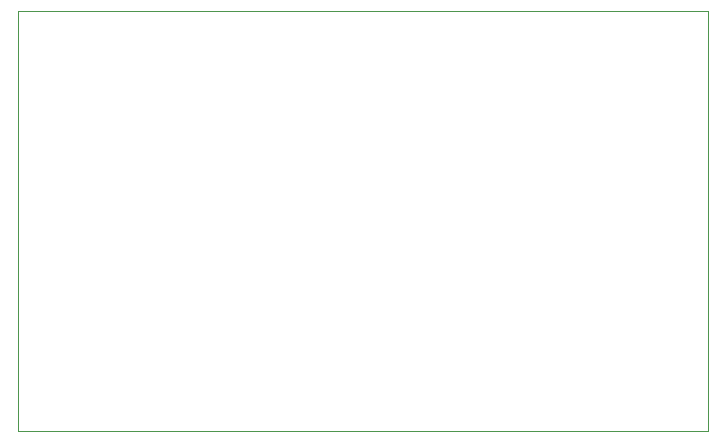
<source format=gbr>
%TF.GenerationSoftware,KiCad,Pcbnew,(6.0.1)*%
%TF.CreationDate,2022-02-07T09:53:41-08:00*%
%TF.ProjectId,kicad intro project,6b696361-6420-4696-9e74-726f2070726f,rev?*%
%TF.SameCoordinates,Original*%
%TF.FileFunction,Profile,NP*%
%FSLAX46Y46*%
G04 Gerber Fmt 4.6, Leading zero omitted, Abs format (unit mm)*
G04 Created by KiCad (PCBNEW (6.0.1)) date 2022-02-07 09:53:41*
%MOMM*%
%LPD*%
G01*
G04 APERTURE LIST*
%TA.AperFunction,Profile*%
%ADD10C,0.100000*%
%TD*%
G04 APERTURE END LIST*
D10*
X124460000Y-81280000D02*
X170180000Y-81280000D01*
X170180000Y-81280000D02*
X175260000Y-81280000D01*
X116840000Y-81280000D02*
X124460000Y-81280000D01*
X175260000Y-116840000D02*
X116840000Y-116840000D01*
X116840000Y-116840000D02*
X116840000Y-81280000D01*
X175260000Y-81280000D02*
X175260000Y-116840000D01*
M02*

</source>
